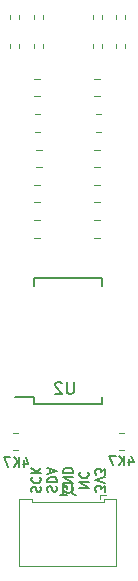
<source format=gbo>
G04 #@! TF.GenerationSoftware,KiCad,Pcbnew,(5.1.10)-1*
G04 #@! TF.CreationDate,2021-09-22T20:54:56-07:00*
G04 #@! TF.ProjectId,project,70726f6a-6563-4742-9e6b-696361645f70,rev?*
G04 #@! TF.SameCoordinates,Original*
G04 #@! TF.FileFunction,Legend,Bot*
G04 #@! TF.FilePolarity,Positive*
%FSLAX46Y46*%
G04 Gerber Fmt 4.6, Leading zero omitted, Abs format (unit mm)*
G04 Created by KiCad (PCBNEW (5.1.10)-1) date 2021-09-22 20:54:56*
%MOMM*%
%LPD*%
G01*
G04 APERTURE LIST*
%ADD10C,0.150000*%
%ADD11C,0.120000*%
G04 APERTURE END LIST*
D10*
X206638095Y-90240476D02*
X206638095Y-89745238D01*
X206333333Y-90011904D01*
X206333333Y-89897619D01*
X206295238Y-89821428D01*
X206257142Y-89783333D01*
X206180952Y-89745238D01*
X205990476Y-89745238D01*
X205914285Y-89783333D01*
X205876190Y-89821428D01*
X205838095Y-89897619D01*
X205838095Y-90126190D01*
X205876190Y-90202380D01*
X205914285Y-90240476D01*
X206638095Y-89516666D02*
X205838095Y-89250000D01*
X206638095Y-88983333D01*
X206638095Y-88792857D02*
X206638095Y-88297619D01*
X206333333Y-88564285D01*
X206333333Y-88450000D01*
X206295238Y-88373809D01*
X206257142Y-88335714D01*
X206180952Y-88297619D01*
X205990476Y-88297619D01*
X205914285Y-88335714D01*
X205876190Y-88373809D01*
X205838095Y-88450000D01*
X205838095Y-88678571D01*
X205876190Y-88754761D01*
X205914285Y-88792857D01*
X204488095Y-89878571D02*
X205288095Y-89878571D01*
X204488095Y-89421428D01*
X205288095Y-89421428D01*
X204564285Y-88583333D02*
X204526190Y-88621428D01*
X204488095Y-88735714D01*
X204488095Y-88811904D01*
X204526190Y-88926190D01*
X204602380Y-89002380D01*
X204678571Y-89040476D01*
X204830952Y-89078571D01*
X204945238Y-89078571D01*
X205097619Y-89040476D01*
X205173809Y-89002380D01*
X205250000Y-88926190D01*
X205288095Y-88811904D01*
X205288095Y-88735714D01*
X205250000Y-88621428D01*
X205211904Y-88583333D01*
X203900000Y-89859523D02*
X203938095Y-89935714D01*
X203938095Y-90050000D01*
X203900000Y-90164285D01*
X203823809Y-90240476D01*
X203747619Y-90278571D01*
X203595238Y-90316666D01*
X203480952Y-90316666D01*
X203328571Y-90278571D01*
X203252380Y-90240476D01*
X203176190Y-90164285D01*
X203138095Y-90050000D01*
X203138095Y-89973809D01*
X203176190Y-89859523D01*
X203214285Y-89821428D01*
X203480952Y-89821428D01*
X203480952Y-89973809D01*
X203138095Y-89478571D02*
X203938095Y-89478571D01*
X203138095Y-89021428D01*
X203938095Y-89021428D01*
X203138095Y-88640476D02*
X203938095Y-88640476D01*
X203938095Y-88450000D01*
X203900000Y-88335714D01*
X203823809Y-88259523D01*
X203747619Y-88221428D01*
X203595238Y-88183333D01*
X203480952Y-88183333D01*
X203328571Y-88221428D01*
X203252380Y-88259523D01*
X203176190Y-88335714D01*
X203138095Y-88450000D01*
X203138095Y-88640476D01*
X201826190Y-90221428D02*
X201788095Y-90107142D01*
X201788095Y-89916666D01*
X201826190Y-89840476D01*
X201864285Y-89802380D01*
X201940476Y-89764285D01*
X202016666Y-89764285D01*
X202092857Y-89802380D01*
X202130952Y-89840476D01*
X202169047Y-89916666D01*
X202207142Y-90069047D01*
X202245238Y-90145238D01*
X202283333Y-90183333D01*
X202359523Y-90221428D01*
X202435714Y-90221428D01*
X202511904Y-90183333D01*
X202550000Y-90145238D01*
X202588095Y-90069047D01*
X202588095Y-89878571D01*
X202550000Y-89764285D01*
X201788095Y-89421428D02*
X202588095Y-89421428D01*
X202588095Y-89230952D01*
X202550000Y-89116666D01*
X202473809Y-89040476D01*
X202397619Y-89002380D01*
X202245238Y-88964285D01*
X202130952Y-88964285D01*
X201978571Y-89002380D01*
X201902380Y-89040476D01*
X201826190Y-89116666D01*
X201788095Y-89230952D01*
X201788095Y-89421428D01*
X202016666Y-88659523D02*
X202016666Y-88278571D01*
X201788095Y-88735714D02*
X202588095Y-88469047D01*
X201788095Y-88202380D01*
X200476190Y-90278571D02*
X200438095Y-90164285D01*
X200438095Y-89973809D01*
X200476190Y-89897619D01*
X200514285Y-89859523D01*
X200590476Y-89821428D01*
X200666666Y-89821428D01*
X200742857Y-89859523D01*
X200780952Y-89897619D01*
X200819047Y-89973809D01*
X200857142Y-90126190D01*
X200895238Y-90202380D01*
X200933333Y-90240476D01*
X201009523Y-90278571D01*
X201085714Y-90278571D01*
X201161904Y-90240476D01*
X201200000Y-90202380D01*
X201238095Y-90126190D01*
X201238095Y-89935714D01*
X201200000Y-89821428D01*
X200514285Y-89021428D02*
X200476190Y-89059523D01*
X200438095Y-89173809D01*
X200438095Y-89250000D01*
X200476190Y-89364285D01*
X200552380Y-89440476D01*
X200628571Y-89478571D01*
X200780952Y-89516666D01*
X200895238Y-89516666D01*
X201047619Y-89478571D01*
X201123809Y-89440476D01*
X201200000Y-89364285D01*
X201238095Y-89250000D01*
X201238095Y-89173809D01*
X201200000Y-89059523D01*
X201161904Y-89021428D01*
X200438095Y-88678571D02*
X201238095Y-88678571D01*
X200438095Y-88221428D02*
X200895238Y-88564285D01*
X201238095Y-88221428D02*
X200780952Y-88678571D01*
D11*
X199390000Y-96560000D02*
X203500000Y-96560000D01*
X199390000Y-90840000D02*
X199390000Y-96560000D01*
X200460000Y-90840000D02*
X199390000Y-90840000D01*
X200460000Y-91140000D02*
X200460000Y-90840000D01*
X203500000Y-91140000D02*
X200460000Y-91140000D01*
X207610000Y-96560000D02*
X203500000Y-96560000D01*
X207610000Y-90840000D02*
X207610000Y-96560000D01*
X206540000Y-90840000D02*
X207610000Y-90840000D01*
X206540000Y-91140000D02*
X206540000Y-90840000D01*
X203500000Y-91140000D02*
X206540000Y-91140000D01*
X206250000Y-90550000D02*
X206750000Y-90550000D01*
X206250000Y-90850000D02*
X206250000Y-90550000D01*
X198860436Y-85265000D02*
X199314564Y-85265000D01*
X198860436Y-86735000D02*
X199314564Y-86735000D01*
X208314564Y-86735000D02*
X207860436Y-86735000D01*
X208314564Y-85265000D02*
X207860436Y-85265000D01*
D10*
X200625000Y-82825000D02*
X200625000Y-82250000D01*
X206375000Y-82825000D02*
X206375000Y-82175000D01*
X206375000Y-72175000D02*
X206375000Y-72825000D01*
X200625000Y-72175000D02*
X200625000Y-72825000D01*
X200625000Y-82825000D02*
X206375000Y-82825000D01*
X200625000Y-72175000D02*
X206375000Y-72175000D01*
X200625000Y-82250000D02*
X199025000Y-82250000D01*
D11*
X208380000Y-52667621D02*
X208380000Y-52332379D01*
X207620000Y-52667621D02*
X207620000Y-52332379D01*
X201380000Y-52667621D02*
X201380000Y-52332379D01*
X200620000Y-52667621D02*
X200620000Y-52332379D01*
X206380000Y-50167621D02*
X206380000Y-49832379D01*
X205620000Y-50167621D02*
X205620000Y-49832379D01*
X201380000Y-50167621D02*
X201380000Y-49832379D01*
X200620000Y-50167621D02*
X200620000Y-49832379D01*
X205772936Y-68735000D02*
X206227064Y-68735000D01*
X205772936Y-67265000D02*
X206227064Y-67265000D01*
X201139564Y-67265000D02*
X200685436Y-67265000D01*
X201139564Y-68735000D02*
X200685436Y-68735000D01*
X205772936Y-65740000D02*
X206227064Y-65740000D01*
X205772936Y-64270000D02*
X206227064Y-64270000D01*
X201139564Y-64265000D02*
X200685436Y-64265000D01*
X201139564Y-65735000D02*
X200685436Y-65735000D01*
X205772936Y-62735000D02*
X206227064Y-62735000D01*
X205772936Y-61265000D02*
X206227064Y-61265000D01*
X201314564Y-61265000D02*
X200860436Y-61265000D01*
X201314564Y-62735000D02*
X200860436Y-62735000D01*
X205860436Y-59735000D02*
X206314564Y-59735000D01*
X205860436Y-58265000D02*
X206314564Y-58265000D01*
X201170465Y-58270964D02*
X200716337Y-58270964D01*
X201170465Y-59740964D02*
X200716337Y-59740964D01*
X205772936Y-56735000D02*
X206227064Y-56735000D01*
X205772936Y-55265000D02*
X206227064Y-55265000D01*
X201139564Y-55265000D02*
X200685436Y-55265000D01*
X201139564Y-56735000D02*
X200685436Y-56735000D01*
X206380000Y-52667621D02*
X206380000Y-52332379D01*
X205620000Y-52667621D02*
X205620000Y-52332379D01*
X199380000Y-52667621D02*
X199380000Y-52332379D01*
X198620000Y-52667621D02*
X198620000Y-52332379D01*
X208380000Y-50167621D02*
X208380000Y-49832379D01*
X207620000Y-50167621D02*
X207620000Y-49832379D01*
X199380000Y-50167621D02*
X199380000Y-49832379D01*
X198620000Y-50167621D02*
X198620000Y-49832379D01*
D10*
X203833333Y-89502380D02*
X203833333Y-90216666D01*
X203880952Y-90359523D01*
X203976190Y-90454761D01*
X204119047Y-90502380D01*
X204214285Y-90502380D01*
X202833333Y-90502380D02*
X203404761Y-90502380D01*
X203119047Y-90502380D02*
X203119047Y-89502380D01*
X203214285Y-89645238D01*
X203309523Y-89740476D01*
X203404761Y-89788095D01*
X199803571Y-87578571D02*
X199803571Y-88111904D01*
X199994047Y-87273809D02*
X200184523Y-87845238D01*
X199689285Y-87845238D01*
X199384523Y-88111904D02*
X199384523Y-87311904D01*
X198927380Y-88111904D02*
X199270238Y-87654761D01*
X198927380Y-87311904D02*
X199384523Y-87769047D01*
X198660714Y-87311904D02*
X198127380Y-87311904D01*
X198470238Y-88111904D01*
X208716071Y-87478571D02*
X208716071Y-88011904D01*
X208906547Y-87173809D02*
X209097023Y-87745238D01*
X208601785Y-87745238D01*
X208297023Y-88011904D02*
X208297023Y-87211904D01*
X207839880Y-88011904D02*
X208182738Y-87554761D01*
X207839880Y-87211904D02*
X208297023Y-87669047D01*
X207573214Y-87211904D02*
X207039880Y-87211904D01*
X207382738Y-88011904D01*
X204011904Y-80952380D02*
X204011904Y-81761904D01*
X203964285Y-81857142D01*
X203916666Y-81904761D01*
X203821428Y-81952380D01*
X203630952Y-81952380D01*
X203535714Y-81904761D01*
X203488095Y-81857142D01*
X203440476Y-81761904D01*
X203440476Y-80952380D01*
X203011904Y-81047619D02*
X202964285Y-81000000D01*
X202869047Y-80952380D01*
X202630952Y-80952380D01*
X202535714Y-81000000D01*
X202488095Y-81047619D01*
X202440476Y-81142857D01*
X202440476Y-81238095D01*
X202488095Y-81380952D01*
X203059523Y-81952380D01*
X202440476Y-81952380D01*
M02*

</source>
